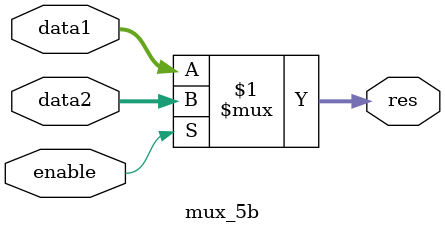
<source format=v>
`timescale 1ns / 1ps


module mux_5b(
input enable,
input [4:0]data1,
input [4:0]data2,
output [4:0] res
    );
    
    assign res = enable?data2:data1;
endmodule

</source>
